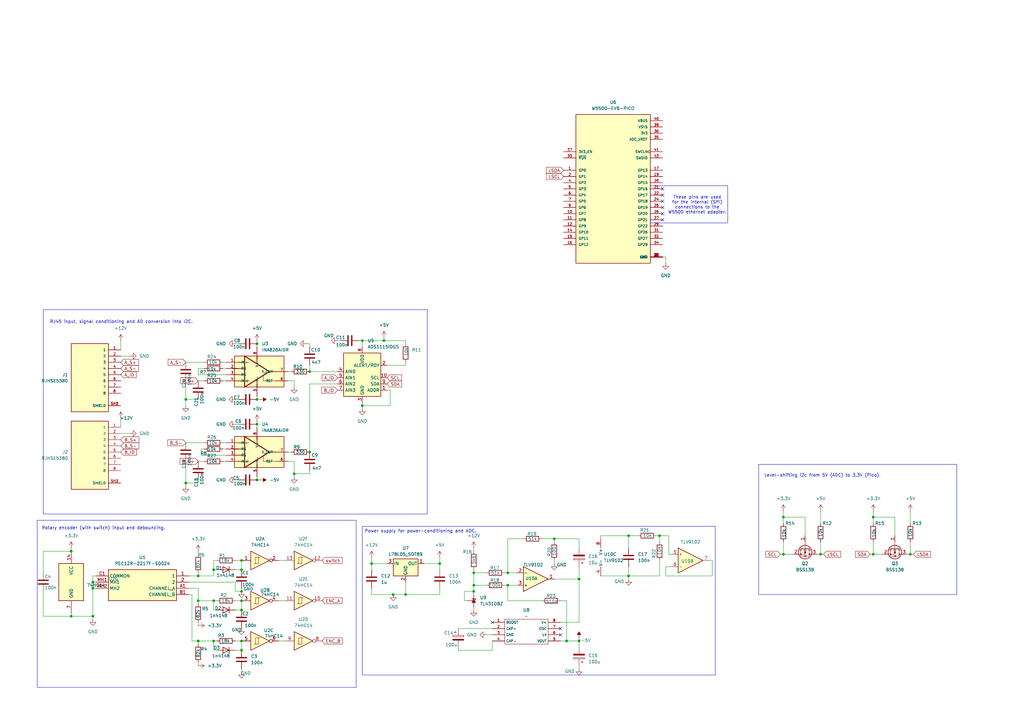
<source format=kicad_sch>
(kicad_sch (version 20250114) (generator "eeschema") (generator_version "9.0")
  (paper "A3")
  (rectangle (start 148.59 215.9) (end 293.37 276.86))
  (rectangle (start 17.78 127) (end 175.26 210.82))
  (rectangle (start 266.7 76.2) (end 298.45 91.44))
  (rectangle (start 311.15 190.5) (end 392.43 243.84))
  (rectangle (start 15.24 213.36) (end 146.05 281.94))
  (text "RJ45 input, signal conditioning and AD conversion into I2C." (at 49.784 132.08 0) (effects (font (size 1.27 1.27))))
  (text "These pins are used\nfor the internal (SPI)\nconnections to the\nW5500 ethernet adapter." (at 286.004 84.074 0) (effects (font (size 1.27 1.27))))
  (text "Level-shifting i2c from 5V (ADC) to 3.3V (Pico)." (at 337.312 195.072 0) (effects (font (size 1.27 1.27))))
  (text "Power supply for power-conditioning and ADC." (at 172.466 217.932 0) (effects (font (size 1.27 1.27))))
  (text "Rotary encoder (with switch) input and debouncing. " (at 42.926 216.662 0) (effects (font (size 1.27 1.27))))
  (junction (at 99.06 229.87))
  (junction (at 194.31 234.95))
  (junction (at 157.48 139.7))
  (junction (at 166.37 243.84))
  (junction (at 148.59 139.7))
  (junction (at 29.21 252.73))
  (junction (at 257.81 219.71))
  (junction (at 99.06 242.57))
  (junction (at 336.55 227.33))
  (junction (at 237.49 237.49))
  (junction (at 120.65 194.31))
  (junction (at 257.81 236.22))
  (junction (at 38.1 241.3))
  (junction (at 99.06 246.38))
  (junction (at 105.41 196.85))
  (junction (at 152.4 231.14))
  (junction (at 81.28 236.22))
  (junction (at 321.31 227.33))
  (junction (at 99.06 233.68))
  (junction (at 148.59 166.37))
  (junction (at 232.41 262.89))
  (junction (at 81.28 246.38))
  (junction (at 180.34 231.14))
  (junction (at 87.63 262.89))
  (junction (at 87.63 233.68))
  (junction (at 208.28 234.95))
  (junction (at 358.14 227.33))
  (junction (at 237.49 262.89))
  (junction (at 208.28 240.03))
  (junction (at 127 185.42))
  (junction (at 76.2 163.83))
  (junction (at 99.06 266.7))
  (junction (at 270.51 219.71))
  (junction (at 87.63 246.38))
  (junction (at 105.41 173.99))
  (junction (at 127 152.4))
  (junction (at 373.38 227.33))
  (junction (at 38.1 252.73))
  (junction (at 105.41 140.97))
  (junction (at 105.41 163.83))
  (junction (at 161.29 243.84))
  (junction (at 99.06 250.19))
  (junction (at 194.31 242.57))
  (junction (at 227.33 220.98))
  (junction (at 29.21 226.06))
  (junction (at 99.06 262.89))
  (junction (at 38.1 238.76))
  (junction (at 358.14 212.09))
  (junction (at 81.28 262.89))
  (junction (at 321.31 212.09))
  (junction (at 76.2 198.12))
  (junction (at 194.31 240.03))
  (no_connect (at 271.78 85.09))
  (no_connect (at 271.78 90.17))
  (no_connect (at 271.78 77.47))
  (no_connect (at 271.78 87.63))
  (no_connect (at 229.87 260.35))
  (no_connect (at 271.78 80.01))
  (no_connect (at 271.78 82.55))
  (no_connect (at 201.93 255.27))
  (no_connect (at 229.87 257.81))
  (wire (pts (xy 292.1 229.87) (xy 290.83 229.87)))
  (wire (pts (xy 76.2 189.23) (xy 76.2 198.12)))
  (wire (pts (xy 81.28 156.21) (xy 83.82 156.21)))
  (wire (pts (xy 118.11 189.23) (xy 120.65 189.23)))
  (wire (pts (xy 194.31 224.79) (xy 194.31 226.06)))
  (wire (pts (xy 125.73 140.97) (xy 127 140.97)))
  (wire (pts (xy 373.38 209.55) (xy 373.38 214.63)))
  (wire (pts (xy 81.28 262.89) (xy 81.28 264.16)))
  (wire (pts (xy 321.31 227.33) (xy 325.12 227.33)))
  (wire (pts (xy 194.31 240.03) (xy 199.39 240.03)))
  (wire (pts (xy 120.65 156.21) (xy 120.65 158.75)))
  (wire (pts (xy 81.28 189.23) (xy 83.82 189.23)))
  (wire (pts (xy 166.37 139.7) (xy 157.48 139.7)))
  (wire (pts (xy 199.39 260.35) (xy 201.93 260.35)))
  (wire (pts (xy 38.1 238.76) (xy 38.1 241.3)))
  (wire (pts (xy 367.03 212.09) (xy 358.14 212.09)))
  (wire (pts (xy 88.9 229.87) (xy 87.63 229.87)))
  (wire (pts (xy 237.49 261.62) (xy 237.49 262.89)))
  (wire (pts (xy 166.37 149.86) (xy 158.75 149.86)))
  (wire (pts (xy 96.52 229.87) (xy 99.06 229.87)))
  (wire (pts (xy 82.55 184.15) (xy 82.55 186.69)))
  (wire (pts (xy 292.1 236.22) (xy 292.1 229.87)))
  (wire (pts (xy 194.31 242.57) (xy 190.5 242.57)))
  (wire (pts (xy 237.49 232.41) (xy 237.49 237.49)))
  (wire (pts (xy 76.2 198.12) (xy 76.2 199.39)))
  (wire (pts (xy 148.59 166.37) (xy 148.59 167.64)))
  (wire (pts (xy 229.87 255.27) (xy 237.49 255.27)))
  (wire (pts (xy 49.53 177.8) (xy 53.34 177.8)))
  (wire (pts (xy 49.53 146.05) (xy 53.34 146.05)))
  (wire (pts (xy 208.28 220.98) (xy 208.28 234.95)))
  (wire (pts (xy 320.04 227.33) (xy 321.31 227.33)))
  (wire (pts (xy 321.31 222.25) (xy 321.31 227.33)))
  (wire (pts (xy 152.4 231.14) (xy 152.4 233.68)))
  (wire (pts (xy 148.59 165.1) (xy 148.59 166.37)))
  (wire (pts (xy 194.31 234.95) (xy 199.39 234.95)))
  (wire (pts (xy 96.52 173.99) (xy 97.79 173.99)))
  (wire (pts (xy 227.33 220.98) (xy 227.33 222.25)))
  (wire (pts (xy 91.44 148.59) (xy 92.71 148.59)))
  (wire (pts (xy 17.78 252.73) (xy 29.21 252.73)))
  (wire (pts (xy 166.37 140.97) (xy 166.37 139.7)))
  (wire (pts (xy 105.41 140.97) (xy 105.41 142.24)))
  (wire (pts (xy 88.9 262.89) (xy 87.63 262.89)))
  (wire (pts (xy 127 149.86) (xy 127 152.4)))
  (wire (pts (xy 187.96 266.7) (xy 201.93 266.7)))
  (wire (pts (xy 194.31 243.84) (xy 194.31 242.57)))
  (wire (pts (xy 96.52 266.7) (xy 99.06 266.7)))
  (wire (pts (xy 17.78 226.06) (xy 17.78 234.95)))
  (wire (pts (xy 152.4 243.84) (xy 161.29 243.84)))
  (wire (pts (xy 273.05 107.95) (xy 273.05 105.41)))
  (wire (pts (xy 190.5 246.38) (xy 191.77 246.38)))
  (wire (pts (xy 127 152.4) (xy 138.43 152.4)))
  (wire (pts (xy 17.78 242.57) (xy 17.78 252.73)))
  (wire (pts (xy 49.53 171.45) (xy 49.53 175.26)))
  (wire (pts (xy 158.75 160.02) (xy 160.02 160.02)))
  (wire (pts (xy 77.47 238.76) (xy 96.52 238.76)))
  (wire (pts (xy 87.63 229.87) (xy 87.63 233.68)))
  (wire (pts (xy 127 140.97) (xy 127 142.24)))
  (wire (pts (xy 194.31 248.92) (xy 194.31 250.19)))
  (wire (pts (xy 187.96 265.43) (xy 187.96 266.7)))
  (wire (pts (xy 187.96 257.81) (xy 201.93 257.81)))
  (wire (pts (xy 120.65 194.31) (xy 120.65 195.58)))
  (wire (pts (xy 77.47 241.3) (xy 81.28 241.3)))
  (wire (pts (xy 275.59 232.41) (xy 273.05 232.41)))
  (wire (pts (xy 180.34 243.84) (xy 180.34 241.3)))
  (wire (pts (xy 127 193.04) (xy 127 194.31)))
  (wire (pts (xy 208.28 246.38) (xy 208.28 240.03)))
  (wire (pts (xy 39.37 236.22) (xy 38.1 236.22)))
  (wire (pts (xy 114.3 229.87) (xy 116.84 229.87)))
  (wire (pts (xy 96.52 196.85) (xy 97.79 196.85)))
  (wire (pts (xy 166.37 243.84) (xy 180.34 243.84)))
  (wire (pts (xy 166.37 148.59) (xy 166.37 149.86)))
  (wire (pts (xy 257.81 224.79) (xy 257.81 219.71)))
  (wire (pts (xy 152.4 228.6) (xy 152.4 231.14)))
  (wire (pts (xy 257.81 236.22) (xy 257.81 237.49)))
  (wire (pts (xy 237.49 220.98) (xy 227.33 220.98)))
  (wire (pts (xy 214.63 220.98) (xy 208.28 220.98)))
  (wire (pts (xy 96.52 233.68) (xy 99.06 233.68)))
  (wire (pts (xy 161.29 243.84) (xy 166.37 243.84)))
  (wire (pts (xy 77.47 236.22) (xy 81.28 236.22)))
  (wire (pts (xy 99.06 246.38) (xy 99.06 250.19)))
  (wire (pts (xy 96.52 250.19) (xy 99.06 250.19)))
  (wire (pts (xy 29.21 251.46) (xy 29.21 252.73)))
  (wire (pts (xy 92.71 184.15) (xy 91.44 184.15)))
  (wire (pts (xy 367.03 219.71) (xy 367.03 212.09)))
  (wire (pts (xy 81.28 151.13) (xy 81.28 153.67)))
  (wire (pts (xy 96.52 242.57) (xy 99.06 242.57)))
  (wire (pts (xy 373.38 222.25) (xy 373.38 227.33)))
  (wire (pts (xy 82.55 186.69) (xy 92.71 186.69)))
  (wire (pts (xy 273.05 236.22) (xy 292.1 236.22)))
  (wire (pts (xy 138.43 139.7) (xy 139.7 139.7)))
  (wire (pts (xy 81.28 163.83) (xy 76.2 163.83)))
  (wire (pts (xy 92.71 151.13) (xy 91.44 151.13)))
  (wire (pts (xy 99.06 241.3) (xy 99.06 242.57)))
  (wire (pts (xy 105.41 163.83) (xy 106.68 163.83)))
  (wire (pts (xy 38.1 252.73) (xy 38.1 254)))
  (wire (pts (xy 91.44 156.21) (xy 92.71 156.21)))
  (wire (pts (xy 127 185.42) (xy 127 157.48)))
  (wire (pts (xy 269.24 219.71) (xy 270.51 219.71)))
  (wire (pts (xy 237.49 237.49) (xy 237.49 255.27)))
  (wire (pts (xy 227.33 229.87) (xy 227.33 231.14)))
  (wire (pts (xy 114.3 246.38) (xy 116.84 246.38)))
  (wire (pts (xy 81.28 198.12) (xy 81.28 196.85)))
  (wire (pts (xy 237.49 262.89) (xy 237.49 265.43)))
  (wire (pts (xy 160.02 160.02) (xy 160.02 166.37)))
  (wire (pts (xy 96.52 140.97) (xy 97.79 140.97)))
  (wire (pts (xy 270.51 219.71) (xy 274.32 219.71)))
  (wire (pts (xy 257.81 219.71) (xy 261.62 219.71)))
  (wire (pts (xy 81.28 255.27) (xy 81.28 256.54)))
  (wire (pts (xy 81.28 153.67) (xy 92.71 153.67)))
  (wire (pts (xy 99.06 274.32) (xy 99.06 275.59)))
  (wire (pts (xy 87.63 236.22) (xy 87.63 233.68)))
  (wire (pts (xy 38.1 238.76) (xy 39.37 238.76)))
  (wire (pts (xy 87.63 246.38) (xy 87.63 250.19)))
  (wire (pts (xy 229.87 246.38) (xy 232.41 246.38)))
  (wire (pts (xy 208.28 240.03) (xy 212.09 240.03)))
  (wire (pts (xy 81.28 226.06) (xy 81.28 227.33)))
  (wire (pts (xy 78.74 243.84) (xy 78.74 262.89)))
  (wire (pts (xy 330.2 219.71) (xy 330.2 212.09)))
  (wire (pts (xy 91.44 189.23) (xy 92.71 189.23)))
  (wire (pts (xy 227.33 237.49) (xy 237.49 237.49)))
  (wire (pts (xy 96.52 246.38) (xy 99.06 246.38)))
  (wire (pts (xy 321.31 212.09) (xy 321.31 214.63)))
  (wire (pts (xy 358.14 209.55) (xy 358.14 212.09)))
  (wire (pts (xy 49.53 139.7) (xy 49.53 143.51)))
  (wire (pts (xy 105.41 196.85) (xy 105.41 195.58)))
  (wire (pts (xy 81.28 241.3) (xy 81.28 246.38)))
  (wire (pts (xy 96.52 262.89) (xy 99.06 262.89)))
  (wire (pts (xy 257.81 232.41) (xy 257.81 236.22)))
  (wire (pts (xy 81.28 234.95) (xy 81.28 236.22)))
  (wire (pts (xy 270.51 219.71) (xy 270.51 222.25)))
  (wire (pts (xy 88.9 246.38) (xy 87.63 246.38)))
  (wire (pts (xy 274.32 227.33) (xy 275.59 227.33)))
  (wire (pts (xy 99.06 262.89) (xy 99.06 266.7)))
  (wire (pts (xy 273.05 105.41) (xy 271.78 105.41)))
  (wire (pts (xy 237.49 273.05) (xy 237.49 274.32)))
  (wire (pts (xy 81.28 236.22) (xy 87.63 236.22)))
  (wire (pts (xy 246.38 219.71) (xy 246.38 220.98)))
  (wire (pts (xy 358.14 227.33) (xy 361.95 227.33)))
  (wire (pts (xy 76.2 148.59) (xy 83.82 148.59)))
  (wire (pts (xy 237.49 220.98) (xy 237.49 224.79)))
  (wire (pts (xy 194.31 233.68) (xy 194.31 234.95)))
  (wire (pts (xy 207.01 234.95) (xy 208.28 234.95)))
  (wire (pts (xy 274.32 219.71) (xy 274.32 227.33)))
  (wire (pts (xy 152.4 241.3) (xy 152.4 243.84)))
  (wire (pts (xy 321.31 209.55) (xy 321.31 212.09)))
  (wire (pts (xy 358.14 222.25) (xy 358.14 227.33)))
  (wire (pts (xy 105.41 173.99) (xy 105.41 175.26)))
  (wire (pts (xy 166.37 238.76) (xy 166.37 243.84)))
  (wire (pts (xy 96.52 163.83) (xy 97.79 163.83)))
  (wire (pts (xy 222.25 220.98) (xy 227.33 220.98)))
  (wire (pts (xy 76.2 163.83) (xy 76.2 166.37)))
  (wire (pts (xy 114.3 262.89) (xy 116.84 262.89)))
  (wire (pts (xy 87.63 266.7) (xy 88.9 266.7)))
  (wire (pts (xy 87.63 250.19) (xy 88.9 250.19)))
  (wire (pts (xy 373.38 227.33) (xy 372.11 227.33)))
  (wire (pts (xy 336.55 209.55) (xy 336.55 214.63)))
  (wire (pts (xy 38.1 241.3) (xy 39.37 241.3)))
  (wire (pts (xy 120.65 189.23) (xy 120.65 194.31)))
  (wire (pts (xy 158.75 231.14) (xy 152.4 231.14)))
  (wire (pts (xy 81.28 246.38) (xy 87.63 246.38)))
  (wire (pts (xy 29.21 224.79) (xy 29.21 226.06)))
  (wire (pts (xy 358.14 212.09) (xy 358.14 214.63)))
  (wire (pts (xy 87.63 262.89) (xy 87.63 266.7)))
  (wire (pts (xy 270.51 229.87) (xy 270.51 236.22)))
  (wire (pts (xy 118.11 152.4) (xy 119.38 152.4)))
  (wire (pts (xy 194.31 234.95) (xy 194.31 240.03)))
  (wire (pts (xy 157.48 139.7) (xy 148.59 139.7)))
  (wire (pts (xy 106.68 196.85) (xy 105.41 196.85)))
  (wire (pts (xy 208.28 234.95) (xy 212.09 234.95)))
  (wire (pts (xy 194.31 240.03) (xy 194.31 242.57)))
  (wire (pts (xy 160.02 166.37) (xy 148.59 166.37)))
  (wire (pts (xy 147.32 139.7) (xy 148.59 139.7)))
  (wire (pts (xy 81.28 246.38) (xy 81.28 247.65)))
  (wire (pts (xy 38.1 241.3) (xy 38.1 252.73)))
  (wire (pts (xy 257.81 219.71) (xy 246.38 219.71)))
  (wire (pts (xy 180.34 231.14) (xy 173.99 231.14)))
  (wire (pts (xy 81.28 271.78) (xy 81.28 273.05)))
  (wire (pts (xy 373.38 227.33) (xy 374.65 227.33)))
  (wire (pts (xy 118.11 185.42) (xy 119.38 185.42)))
  (wire (pts (xy 127 194.31) (xy 120.65 194.31)))
  (wire (pts (xy 76.2 163.83) (xy 76.2 156.21)))
  (wire (pts (xy 246.38 236.22) (xy 257.81 236.22)))
  (wire (pts (xy 38.1 236.22) (xy 38.1 238.76)))
  (wire (pts (xy 77.47 243.84) (xy 78.74 243.84)))
  (wire (pts (xy 83.82 184.15) (xy 82.55 184.15)))
  (wire (pts (xy 273.05 232.41) (xy 273.05 236.22)))
  (wire (pts (xy 237.49 262.89) (xy 232.41 262.89)))
  (wire (pts (xy 190.5 242.57) (xy 190.5 246.38)))
  (wire (pts (xy 105.41 139.7) (xy 105.41 140.97)))
  (wire (pts (xy 83.82 151.13) (xy 81.28 151.13)))
  (wire (pts (xy 76.2 181.61) (xy 83.82 181.61)))
  (wire (pts (xy 148.59 139.7) (xy 148.59 142.24)))
  (wire (pts (xy 87.63 233.68) (xy 88.9 233.68)))
  (wire (pts (xy 232.41 246.38) (xy 232.41 262.89)))
  (wire (pts (xy 330.2 212.09) (xy 321.31 212.09)))
  (wire (pts (xy 336.55 227.33) (xy 337.82 227.33)))
  (wire (pts (xy 336.55 222.25) (xy 336.55 227.33)))
  (wire (pts (xy 180.34 233.68) (xy 180.34 231.14)))
  (wire (pts (xy 270.51 236.22) (xy 257.81 236.22)))
  (wire (pts (xy 336.55 227.33) (xy 335.28 227.33)))
  (wire (pts (xy 127 157.48) (xy 138.43 157.48)))
  (wire (pts (xy 81.28 262.89) (xy 87.63 262.89)))
  (wire (pts (xy 356.87 227.33) (xy 358.14 227.33)))
  (wire (pts (xy 29.21 226.06) (xy 17.78 226.06)))
  (wire (pts (xy 207.01 240.03) (xy 208.28 240.03)))
  (wire (pts (xy 232.41 262.89) (xy 229.87 262.89)))
  (wire (pts (xy 78.74 262.89) (xy 81.28 262.89)))
  (wire (pts (xy 91.44 181.61) (xy 92.71 181.61)))
  (wire (pts (xy 222.25 246.38) (xy 208.28 246.38)))
  (wire (pts (xy 180.34 228.6) (xy 180.34 231.14)))
  (wire (pts (xy 157.48 138.43) (xy 157.48 139.7)))
  (wire (pts (xy 29.21 252.73) (xy 38.1 252.73)))
  (wire (pts (xy 105.41 163.83) (xy 105.41 162.56)))
  (wire (pts (xy 105.41 172.72) (xy 105.41 173.99)))
  (wire (pts (xy 99.06 229.87) (xy 99.06 233.68)))
  (wire (pts (xy 118.11 156.21) (xy 120.65 156.21)))
  (wire (pts (xy 96.52 238.76) (xy 96.52 242.57)))
  (wire (pts (xy 201.93 262.89) (xy 201.93 266.7)))
  (wire (pts (xy 76.2 198.12) (xy 81.28 198.12)))
  (global_label "ENC_B" (shape input) (at 132.08 262.89 0) (property "Intersheetrefs" "${INTERSHEET_REFS}" (effects (hide yes))))
  (global_label "B_S-" (shape input) (at 49.53 182.88 0) (property "Intersheetrefs" "${INTERSHEET_REFS}" (effects (hide yes))))
  (global_label "SDA" (shape input) (at 158.75 157.48 0) (property "Intersheetrefs" "${INTERSHEET_REFS}" (effects (hide yes))))
  (global_label "switch" (shape input) (at 132.08 229.87 0) (property "Intersheetrefs" "${INTERSHEET_REFS}" (effects (hide yes))))
  (global_label "A_S+" (shape input) (at 49.53 148.59 0) (property "Intersheetrefs" "${INTERSHEET_REFS}" (effects (hide yes))))
  (global_label "B_S+" (shape input) (at 49.53 180.34 0) (property "Intersheetrefs" "${INTERSHEET_REFS}" (effects (hide yes))))
  (global_label "A_ID" (shape input) (at 138.43 154.94 180) (property "Intersheetrefs" "${INTERSHEET_REFS}" (effects (hide yes))))
  (global_label "SCL" (shape input) (at 158.75 154.94 0) (property "Intersheetrefs" "${INTERSHEET_REFS}" (effects (hide yes))))
  (global_label "ENC_A" (shape input) (at 132.08 246.38 0) (property "Intersheetrefs" "${INTERSHEET_REFS}" (effects (hide yes))))
  (global_label "B_ID" (shape input) (at 138.43 160.02 180) (property "Intersheetrefs" "${INTERSHEET_REFS}" (effects (hide yes))))
  (global_label "LSDA" (shape input) (at 231.14 69.85 180) (property "Intersheetrefs" "${INTERSHEET_REFS}" (effects (hide yes))))
  (global_label "A_S-" (shape input) (at 76.2 148.59 180) (property "Intersheetrefs" "${INTERSHEET_REFS}" (effects (hide yes))))
  (global_label "B_S+" (shape input) (at 81.28 189.23 180) (property "Intersheetrefs" "${INTERSHEET_REFS}" (effects (hide yes))))
  (global_label "LSCL" (shape input) (at 337.82 227.33 0) (property "Intersheetrefs" "${INTERSHEET_REFS}" (effects (hide yes))))
  (global_label "A_ID" (shape input) (at 49.53 153.67 0) (property "Intersheetrefs" "${INTERSHEET_REFS}" (effects (hide yes))))
  (global_label "LSDA" (shape input) (at 374.65 227.33 0) (property "Intersheetrefs" "${INTERSHEET_REFS}" (effects (hide yes))))
  (global_label "SDA" (shape input) (at 356.87 227.33 180) (property "Intersheetrefs" "${INTERSHEET_REFS}" (effects (hide yes))))
  (global_label "A_S-" (shape input) (at 49.53 151.13 0) (property "Intersheetrefs" "${INTERSHEET_REFS}" (effects (hide yes))))
  (global_label "B_S-" (shape input) (at 76.2 181.61 180) (property "Intersheetrefs" "${INTERSHEET_REFS}" (effects (hide yes))))
  (global_label "SCL" (shape input) (at 320.04 227.33 180) (property "Intersheetrefs" "${INTERSHEET_REFS}" (effects (hide yes))))
  (global_label "A_S+" (shape input) (at 81.28 156.21 180) (property "Intersheetrefs" "${INTERSHEET_REFS}" (effects (hide yes))))
  (global_label "LSCL" (shape input) (at 231.14 72.39 180) (property "Intersheetrefs" "${INTERSHEET_REFS}" (effects (hide yes))))
  (global_label "B_ID" (shape input) (at 49.53 185.42 0) (property "Intersheetrefs" "${INTERSHEET_REFS}" (effects (hide yes))))
  (symbol (lib_id "Device:C_Polarized") (at 237.49 269.24 180) (unit 1)
    (property "Reference" "C15" (at 241.3 268.8589 0) (effects (justify right)))
    (property "Value" "100u" (at 241.3 271.3989 0) (effects (justify right)))
    (property "Description" "Polarized capacitor" (effects (hide yes)))
  )
  (symbol (lib_id "Device:R") (at 227.33 226.06 180) (unit 1)
    (property "Reference" "R20" (at 225.298 226.314 90))
    (property "Value" "100" (at 227.33 226.06 90))
    (property "Description" "Resistor" (effects (hide yes)))
  )
  (symbol (lib_id "Device:R") (at 87.63 184.15 90) (unit 1)
    (property "Reference" "R8" (at 83.566 185.928 90))
    (property "Value" "10k" (at 86.868 184.15 90))
    (property "Description" "Resistor" (effects (hide yes)))
  )
  (symbol (lib_id "Device:R") (at 218.44 220.98 90) (unit 1)
    (property "Reference" "R19" (at 218.186 218.948 90))
    (property "Value" "51k" (at 218.44 220.98 90))
    (property "Description" "Resistor" (effects (hide yes)))
  )
  (symbol (lib_id "Device:R") (at 123.19 185.42 90) (unit 1)
    (property "Reference" "R9" (at 121.666 183.388 90))
    (property "Value" "330" (at 123.19 185.42 90))
    (property "Description" "Resistor" (effects (hide yes)))
  )
  (symbol (lib_id "Device:R") (at 265.43 219.71 90) (unit 1)
    (property "Reference" "R21" (at 264.414 217.424 90))
    (property "Value" "10K" (at 265.684 219.71 90))
    (property "Description" "Resistor" (effects (hide yes)))
  )
  (symbol (lib_id "Device:R") (at 166.37 144.78 0) (unit 1)
    (property "Reference" "R11" (at 168.91 143.5099 0) (effects (justify left)))
    (property "Value" "10k" (at 166.624 146.05 90) (effects (justify left)))
    (property "Description" "Resistor" (effects (hide yes)))
  )
  (symbol (lib_id "Device:C") (at 143.51 139.7 90) (unit 1)
    (property "Reference" "C11" (at 139.7 138.43 90))
    (property "Value" "100n" (at 140.208 141.478 90))
    (property "Description" "Unpolarized capacitor" (effects (hide yes)))
  )
  (symbol (lib_id "74xx:74HC14") (at 106.68 246.38 0) (unit 2)
    (property "Reference" "U2" (at 108.712 242.062 0))
    (property "Value" "74HC14" (at 110.744 243.84 0))
    (property "Footprint" "Package_SO:SOIC-14_3.9x8.7mm_P1.27mm" (effects (hide yes)))
    (property "Datasheet" "http://www.ti.com/lit/gpn/sn74HC14" (effects (hide yes)))
    (property "Description" "Hex inverter schmitt trigger" (effects (hide yes)))
  )
  (symbol (lib_id "power:+5V") (at 105.41 139.7 0) (unit 1)
    (property "Reference" "#PWR023" (effects (hide yes)))
    (property "Value" "+5V" (at 105.41 134.62 0))
    (property "Description" "Power symbol creates a global label with name \"+5V\"" (effects (hide yes)))
  )
  (symbol (lib_id "74xx:74HC14") (at 29.21 238.76 0) (unit 7)
    (property "Reference" "U2" (at 44.45 237.4899 0) (effects (justify left)))
    (property "Value" "74HC14" (at 35.56 240.0299 0) (effects (justify left)))
    (property "Footprint" "Package_SO:SOIC-14_3.9x8.7mm_P1.27mm" (effects (hide yes)))
    (property "Datasheet" "http://www.ti.com/lit/gpn/sn74HC14" (effects (hide yes)))
    (property "Description" "Hex inverter schmitt trigger" (effects (hide yes)))
  )
  (symbol (lib_id "power:+12V") (at 152.4 228.6 0) (unit 1)
    (property "Reference" "#PWR031" (effects (hide yes)))
    (property "Value" "+12V" (at 152.4 223.52 0))
    (property "Description" "Power symbol creates a global label with name \"+12V\"" (effects (hide yes)))
  )
  (symbol (lib_id "Device:R") (at 194.31 229.87 0) (unit 1)
    (property "Reference" "R16" (at 189.738 226.314 0) (effects (justify left)))
    (property "Value" "5k6" (at 194.31 231.394 90) (effects (justify left)))
    (property "Description" "Resistor" (effects (hide yes)))
  )
  (symbol (lib_id "power:+5V") (at 336.55 209.55 0) (unit 1)
    (property "Reference" "#PWR027" (effects (hide yes)))
    (property "Value" "+5V" (at 336.55 204.47 0))
    (property "Description" "Power symbol creates a global label with name \"+5V\"" (effects (hide yes)))
  )
  (symbol (lib_id "Device:R") (at 358.14 218.44 0) (unit 1)
    (property "Reference" "R15" (at 358.902 214.63 0) (effects (justify left)))
    (property "Value" "10k" (at 358.394 220.472 90) (effects (justify left)))
    (property "Description" "Resistor" (effects (hide yes)))
  )
  (symbol (lib_id "Device:D") (at 92.71 233.68 180) (unit 1)
    (property "Reference" "D1" (at 89.916 232.918 0))
    (property "Value" "1n4148" (at 92.456 235.966 0))
    (property "Footprint" "Diode_SMD:D_SOD-123" (effects (hide yes)))
    (property "Description" "Diode" (effects (hide yes)))
    (property "Sim.Device" "D" (effects (hide yes)))
    (property "Sim.Pins" "1=K 2=A" (effects (hide yes)))
  )
  (symbol (lib_id "power:+3.3V") (at 29.21 224.79 0) (unit 1)
    (property "Reference" "#PWR08" (effects (hide yes)))
    (property "Value" "+3.3V" (at 29.21 219.71 0))
    (property "Description" "Power symbol creates a global label with name \"+3.3V\"" (effects (hide yes)))
  )
  (symbol (lib_id "Device:R") (at 87.63 181.61 90) (unit 1)
    (property "Reference" "R26" (at 86.868 179.324 90))
    (property "Value" "10k" (at 87.376 181.61 90))
    (property "Description" "Resistor" (effects (hide yes)))
  )
  (symbol (lib_id "Device:R") (at 81.28 231.14 0) (unit 1)
    (property "Reference" "R6" (at 81.28 227.584 0) (effects (justify left)))
    (property "Value" "82k" (at 81.28 233.172 90) (effects (justify left)))
    (property "Footprint" "Resistor_SMD:R_0805_2012Metric" (effects (hide yes)))
    (property "Description" "Resistor" (effects (hide yes)))
  )
  (symbol (lib_id "Reference_Voltage:TL431DBZ") (at 194.31 246.38 90) (unit 1)
    (property "Reference" "U9" (at 196.85 245.1099 90) (effects (justify right)))
    (property "Value" "TL431DBZ" (at 196.85 247.6499 90) (effects (justify right)))
    (property "Footprint" "Package_TO_SOT_SMD:SOT-23" (effects (hide yes)))
    (property "Datasheet" "http://www.ti.com/lit/ds/symlink/tl431.pdf" (effects (hide yes)))
    (property "Description" "Shunt Regulator, SOT-23" (effects (hide yes)))
  )
  (symbol (lib_id "74xx:74HC14") (at 106.68 229.87 0) (unit 1)
    (property "Reference" "U2" (at 106.68 220.98 0))
    (property "Value" "74HC14" (at 106.68 223.52 0))
    (property "Footprint" "Package_SO:SOIC-14_3.9x8.7mm_P1.27mm" (effects (hide yes)))
    (property "Datasheet" "http://www.ti.com/lit/gpn/sn74HC14" (effects (hide yes)))
    (property "Description" "Hex inverter schmitt trigger" (effects (hide yes)))
  )
  (symbol (lib_id "Device:C") (at 127 146.05 0) (unit 1)
    (property "Reference" "C10" (at 127.508 143.51 0) (effects (justify left)))
    (property "Value" "4n7" (at 127.762 148.59 0) (effects (justify left)))
    (property "Description" "Unpolarized capacitor" (effects (hide yes)))
  )
  (symbol (lib_id "74xx:74HC14") (at 124.46 246.38 0) (unit 5)
    (property "Reference" "U2" (at 124.46 237.49 0))
    (property "Value" "74HC14" (at 124.46 240.03 0))
    (property "Datasheet" "http://www.ti.com/lit/gpn/sn74HC14" (effects (hide yes)))
    (property "Description" "Hex inverter schmitt trigger" (effects (hide yes)))
  )
  (symbol (lib_id "Device:R") (at 87.63 189.23 90) (unit 1)
    (property "Reference" "R27" (at 86.868 186.944 90))
    (property "Value" "10k" (at 87.376 189.23 90))
    (property "Description" "Resistor" (effects (hide yes)))
  )
  (symbol (lib_id "power:+12V") (at 49.53 171.45 0) (unit 1)
    (property "Reference" "#PWR014" (effects (hide yes)))
    (property "Value" "+12V" (at 51.816 171.45 0))
    (property "Description" "Power symbol creates a global label with name \"+12V\"" (effects (hide yes)))
  )
  (symbol (lib_id "Device:C") (at 81.28 160.02 0) (unit 1)
    (property "Reference" "C21" (at 80.518 164.846 90))
    (property "Value" "100n" (at 82.804 163.322 90))
    (property "Description" "Unpolarized capacitor" (effects (hide yes)))
  )
  (symbol (lib_id "power:GND") (at 120.65 158.75 0) (unit 1)
    (property "Reference" "#PWR011" (effects (hide yes)))
    (property "Value" "GND" (at 120.65 163.83 0))
    (property "Description" "Power symbol creates a global label with name \"GND\" , ground" (effects (hide yes)))
  )
  (symbol (lib_id "Analog_ADC:ADS1115IDGS") (at 148.59 154.94 0) (unit 1)
    (property "Reference" "U5" (at 150.7333 139.7 0) (effects (justify left)))
    (property "Value" "ADS1115IDGS" (at 150.7333 142.24 0) (effects (justify left)))
    (property "Footprint" "Package_SO:TSSOP-10_3x3mm_P0.5mm" (effects (hide yes)))
    (property "Datasheet" "http://www.ti.com/lit/ds/symlink/ads1113.pdf" (effects (hide yes)))
    (property "Description" "Ultra-Small, Low-Power, I2C-Compatible, 860-SPS, 16-Bit ADCs With Internal Reference, Oscillator, and Programmable Comparator, VSSOP-10" (effects (hide yes)))
  )
  (symbol (lib_id "power:GND") (at 120.65 195.58 0) (unit 1)
    (property "Reference" "#PWR012" (effects (hide yes)))
    (property "Value" "GND" (at 120.65 200.66 0))
    (property "Description" "Power symbol creates a global label with name \"GND\" , ground" (effects (hide yes)))
  )
  (symbol (lib_id "Device:R") (at 226.06 246.38 90) (unit 1)
    (property "Reference" "R23" (at 226.06 244.348 90))
    (property "Value" "510k" (at 226.314 246.634 90))
    (property "Description" "Resistor" (effects (hide yes)))
  )
  (symbol (lib_id "power:+3.3V") (at 358.14 209.55 0) (unit 1)
    (property "Reference" "#PWR030" (effects (hide yes)))
    (property "Value" "+3.3V" (at 358.14 204.47 0))
    (property "Description" "Power symbol creates a global label with name \"+3.3V\"" (effects (hide yes)))
  )
  (symbol (lib_id "Device:R") (at 373.38 218.44 0) (unit 1)
    (property "Reference" "R13" (at 374.142 214.63 0) (effects (justify left)))
    (property "Value" "10k" (at 373.38 220.218 90) (effects (justify left)))
    (property "Description" "Resistor" (effects (hide yes)))
  )
  (symbol (lib_id "Amplifier_Operational:TL072") (at 283.21 229.87 0) (unit 2)
    (property "Reference" "U10" (at 281.94 230.124 0))
    (property "Value" "TLV9102" (at 283.21 222.25 0))
    (property "Datasheet" "http://www.ti.com/lit/ds/symlink/tl071.pdf" (effects (hide yes)))
    (property "Description" "Dual Low-Noise JFET-Input Operational Amplifiers, DIP-8/SOIC-8" (effects (hide yes)))
  )
  (symbol (lib_id "power:+5V") (at 105.41 172.72 0) (unit 1)
    (property "Reference" "#PWR024" (effects (hide yes)))
    (property "Value" "+5V" (at 105.41 167.64 0))
    (property "Description" "Power symbol creates a global label with name \"+5V\"" (effects (hide yes)))
  )
  (symbol (lib_id "power:GND") (at 99.06 242.57 0) (unit 1)
    (property "Reference" "#PWR02" (effects (hide yes)))
    (property "Value" "GND" (at 101.854 241.554 0))
    (property "Description" "Power symbol creates a global label with name \"GND\" , ground" (effects (hide yes)))
  )
  (symbol (lib_id "power:GND") (at 161.29 243.84 0) (unit 1)
    (property "Reference" "#PWR032" (effects (hide yes)))
    (property "Value" "GND" (at 161.29 248.92 0))
    (property "Description" "Power symbol creates a global label with name \"GND\" , ground" (effects (hide yes)))
  )
  (symbol (lib_id "74xx:74HC14") (at 124.46 229.87 0) (unit 6)
    (property "Reference" "U2" (at 124.46 220.98 0))
    (property "Value" "74HC14" (at 124.46 223.52 0))
    (property "Datasheet" "http://www.ti.com/lit/gpn/sn74HC14" (effects (hide yes)))
    (property "Description" "Hex inverter schmitt trigger" (effects (hide yes)))
  )
  (symbol (lib_id "power:GND") (at 237.49 274.32 0) (unit 1)
    (property "Reference" "#PWR041" (effects (hide yes)))
    (property "Value" "GND" (at 233.68 275.336 0))
    (property "Description" "Power symbol creates a global label with name \"GND\" , ground" (effects (hide yes)))
  )
  (symbol (lib_id "74xx:74HC14") (at 106.68 262.89 0) (unit 3)
    (property "Reference" "U2" (at 110.236 258.572 0))
    (property "Value" "74HC14" (at 112.268 260.858 0))
    (property "Footprint" "Package_SO:SOIC-14_3.9x8.7mm_P1.27mm" (effects (hide yes)))
    (property "Datasheet" "http://www.ti.com/lit/gpn/sn74HC14" (effects (hide yes)))
    (property "Description" "Hex inverter schmitt trigger" (effects (hide yes)))
  )
  (symbol (lib_id "Device:R") (at 87.63 156.21 90) (unit 1)
    (property "Reference" "R25" (at 86.868 153.924 90))
    (property "Value" "10k" (at 87.376 156.21 90))
    (property "Description" "Resistor" (effects (hide yes)))
  )
  (symbol (lib_id "lb3th:INA826AIDR") (at 102.87 153.67 0) (unit 1)
    (property "Reference" "U3" (at 107.3786 140.97 0) (effects (justify left)))
    (property "Value" "INA826AIDR" (at 107.3786 143.51 0) (effects (justify left)))
    (property "Footprint" "INA826AIDR:SOIC127P599X175-8N" (effects (hide yes)))
    (property "DigiKey_Part_Number" "296-30238-2-ND" (effects (hide yes)))
    (property "SnapEDA_Link" "https://www.snapeda.com/parts/INA826AIDR/Texas+Instruments/view-part/?ref=snap" (effects (hide yes)))
    (property "MAXIMUM_PACKAGE_HEIGHT" "1.75mm" (effects (hide yes)))
    (property "Package" "SOIC-8 Texas Instruments" (effects (hide yes)))
    (property "Check_prices" "https://www.snapeda.com/parts/INA826AIDR/Texas+Instruments/view-part/?ref=eda" (effects (hide yes)))
    (property "STANDARD" "IPC-7351B" (effects (hide yes)))
    (property "PARTREV" "G" (effects (hide yes)))
    (property "MF" "Texas Instruments" (effects (hide yes)))
    (property "MP" "INA826AIDR" (effects (hide yes)))
    (property "Description_1" "Precision, 200-μA Supply Current, 36-V Supply Instrumentation Amplifier" (effects (hide yes)))
    (property "MANUFACTURER" "Texas Instruments" (effects (hide yes)))
  )
  (symbol (lib_id "Device:R") (at 203.2 234.95 90) (unit 1)
    (property "Reference" "R17" (at 202.946 232.918 90))
    (property "Value" "51k" (at 203.2 234.95 90))
    (property "Description" "Resistor" (effects (hide yes)))
  )
  (symbol (lib_id "Device:R") (at 92.71 262.89 90) (unit 1)
    (property "Reference" "R3" (at 90.678 260.604 90))
    (property "Value" "18k" (at 92.456 262.89 90))
    (property "Footprint" "Resistor_SMD:R_0805_2012Metric" (effects (hide yes)))
    (property "Description" "Resistor" (effects (hide yes)))
  )
  (symbol (lib_id "power:GND") (at 96.52 196.85 270) (unit 1)
    (property "Reference" "#PWR017" (effects (hide yes)))
    (property "Value" "GND" (at 92.71 196.8499 90) (effects (justify right)))
    (property "Description" "Power symbol creates a global label with name \"GND\" , ground" (effects (hide yes)))
  )
  (symbol (lib_id "Device:R") (at 336.55 218.44 0) (unit 1)
    (property "Reference" "R12" (at 337.312 214.63 0) (effects (justify left)))
    (property "Value" "10k" (at 336.55 220.218 90) (effects (justify left)))
    (property "Description" "Resistor" (effects (hide yes)))
  )
  (symbol (lib_id "74xx:74HC14") (at 124.46 262.89 0) (unit 4)
    (property "Reference" "U2" (at 124.46 254 0))
    (property "Value" "74HC14" (at 124.46 256.54 0))
    (property "Datasheet" "http://www.ti.com/lit/gpn/sn74HC14" (effects (hide yes)))
    (property "Description" "Hex inverter schmitt trigger" (effects (hide yes)))
  )
  (symbol (lib_id "Device:C") (at 17.78 238.76 180) (unit 1)
    (property "Reference" "C4" (at 18.288 236.474 0) (effects (justify right)))
    (property "Value" "100n" (at 18.288 241.046 0) (effects (justify right)))
    (property "Footprint" "Capacitor_SMD:C_0805_2012Metric" (effects (hide yes)))
    (property "Description" "Unpolarized capacitor" (effects (hide yes)))
  )
  (symbol (lib_id "Device:C") (at 99.06 254 0) (unit 1)
    (property "Reference" "C2" (at 99.314 251.714 0) (effects (justify left)))
    (property "Value" "100n" (at 100.33 256.54 0) (effects (justify left)))
    (property "Footprint" "Capacitor_SMD:C_0805_2012Metric" (effects (hide yes)))
    (property "Description" "Unpolarized capacitor" (effects (hide yes)))
  )
  (symbol (lib_id "power:+3.3V") (at 81.28 226.06 0) (unit 1)
    (property "Reference" "#PWR05" (effects (hide yes)))
    (property "Value" "+3.3V" (at 81.28 220.98 0))
    (property "Description" "Power symbol creates a global label with name \"+3.3V\"" (effects (hide yes)))
  )
  (symbol (lib_id "lb3th:INA826AIDR") (at 102.87 186.69 0) (unit 1)
    (property "Reference" "U4" (at 107.3786 173.99 0) (effects (justify left)))
    (property "Value" "INA826AIDR" (at 107.3786 176.53 0) (effects (justify left)))
    (property "Footprint" "INA826AIDR:SOIC127P599X175-8N" (effects (hide yes)))
    (property "DigiKey_Part_Number" "296-30238-2-ND" (effects (hide yes)))
    (property "SnapEDA_Link" "https://www.snapeda.com/parts/INA826AIDR/Texas+Instruments/view-part/?ref=snap" (effects (hide yes)))
    (property "MAXIMUM_PACKAGE_HEIGHT" "1.75mm" (effects (hide yes)))
    (property "Package" "SOIC-8 Texas Instruments" (effects (hide yes)))
    (property "Check_prices" "https://www.snapeda.com/parts/INA826AIDR/Texas+Instruments/view-part/?ref=eda" (effects (hide yes)))
    (property "STANDARD" "IPC-7351B" (effects (hide yes)))
    (property "PARTREV" "G" (effects (hide yes)))
    (property "MF" "Texas Instruments" (effects (hide yes)))
    (property "MP" "INA826AIDR" (effects (hide yes)))
    (property "Description_1" "Precision, 200-μA Supply Current, 36-V Supply Instrumentation Amplifier" (effects (hide yes)))
    (property "MANUFACTURER" "Texas Instruments" (effects (hide yes)))
  )
  (symbol (lib_id "Regulator_Linear:L78L05_SOT89") (at 166.37 231.14 0) (unit 1)
    (property "Reference" "U7" (at 166.37 224.79 0))
    (property "Value" "L78L05_SOT89" (at 166.37 227.33 0))
    (property "Footprint" "Package_TO_SOT_SMD:SOT-89-3" (effects (hide yes)))
    (property "Datasheet" "http://www.st.com/content/ccc/resource/technical/document/datasheet/15/55/e5/aa/23/5b/43/fd/CD00000446.pdf/files/CD00000446.pdf/jcr:content/translations/en.CD00000446.pdf" (effects (hide yes)))
    (property "Description" "Positive 100mA 30V Linear Regulator, Fixed Output 5V, SOT-89" (effects (hide yes)))
  )
  (symbol (lib_id "power:GND") (at 257.81 237.49 0) (unit 1)
    (property "Reference" "#PWR039" (effects (hide yes)))
    (property "Value" "GND" (at 254 238.506 0))
    (property "Description" "Power symbol creates a global label with name \"GND\" , ground" (effects (hide yes)))
  )
  (symbol (lib_id "Device:C_Polarized") (at 187.96 261.62 0) (unit 1)
    (property "Reference" "C14" (at 182.118 259.588 0) (effects (justify left)))
    (property "Value" "100u" (at 182.626 264.414 0) (effects (justify left)))
    (property "Description" "Polarized capacitor" (effects (hide yes)))
  )
  (symbol (lib_id "lb3th:RJHSE5380") (at 36.83 185.42 0) (mirror y) (unit 1)
    (property "Reference" "J2" (at 27.94 185.4199 0) (effects (justify left)))
    (property "Value" "RJHSE5380" (at 27.94 187.9599 0) (effects (justify left)))
    (property "Footprint" "RJHSE5380:AMPHENOL_RJHSE5380" (effects (hide yes)))
    (property "MF" "Amphenol ICC (Commercial Products)" (effects (hide yes)))
    (property "MAXIMUM_PACKAGE_HEIGHT" "13.46mm" (effects (hide yes)))
    (property "Package" "None" (effects (hide yes)))
    (property "Price" "None" (effects (hide yes)))
    (property "Check_prices" "https://www.snapeda.com/parts/RJHSE-5380/Amphenol/view-part/?ref=eda" (effects (hide yes)))
    (property "STANDARD" "Manufacturer Recommendations" (effects (hide yes)))
    (property "PARTREV" "B" (effects (hide yes)))
    (property "SnapEDA_Link" "https://www.snapeda.com/parts/RJHSE-5380/Amphenol/view-part/?ref=snap" (effects (hide yes)))
    (property "MP" "RJHSE-5380" (effects (hide yes)))
    (property "Description_1" "Connector mod jack rt angle pcb shielded led1-n led2-n single port rj-45 | Amphenol Commercial (Amphenol CS) RJHSE-5380" (effects (hide yes)))
    (property "Availability" "In Stock" (effects (hide yes)))
    (property "MANUFACTURER" "Amphenol" (effects (hide yes)))
  )
  (symbol (lib_id "power:GND") (at 96.52 163.83 270) (unit 1)
    (property "Reference" "#PWR019" (effects (hide yes)))
    (property "Value" "GND" (at 92.71 163.8299 90) (effects (justify right)))
    (property "Description" "Power symbol creates a global label with name \"GND\" , ground" (effects (hide yes)))
  )
  (symbol (lib_id "power:+3.3V") (at 81.28 273.05 270) (unit 1)
    (property "Reference" "#PWR07" (effects (hide yes)))
    (property "Value" "+3.3V" (at 85.09 273.0499 90) (effects (justify left)))
    (property "Description" "Power symbol creates a global label with name \"+3.3V\"" (effects (hide yes)))
  )
  (symbol (lib_id "Device:C") (at 101.6 163.83 270) (unit 1)
    (property "Reference" "C7" (at 97.028 163.068 90))
    (property "Value" "100n" (at 98.044 165.354 90))
    (property "Description" "Unpolarized capacitor" (effects (hide yes)))
  )
  (symbol (lib_id "Amplifier_Operational:TL072") (at 219.71 237.49 0) (mirror x) (unit 1)
    (property "Reference" "U10" (at 217.932 237.236 0))
    (property "Value" "TLV9102" (at 218.694 231.648 0))
    (property "Datasheet" "http://www.ti.com/lit/ds/symlink/tl071.pdf" (effects (hide yes)))
    (property "Description" "Dual Low-Noise JFET-Input Operational Amplifiers, DIP-8/SOIC-8" (effects (hide yes)))
  )
  (symbol (lib_id "Device:R") (at 87.63 151.13 90) (unit 1)
    (property "Reference" "R7" (at 83.312 152.654 90))
    (property "Value" "10k" (at 86.868 151.384 90))
    (property "Description" "Resistor" (effects (hide yes)))
  )
  (symbol (lib_id "power:GND") (at 99.06 275.59 0) (unit 1)
    (property "Reference" "#PWR04" (effects (hide yes)))
    (property "Value" "GND" (at 100.838 276.098 0))
    (property "Description" "Power symbol creates a global label with name \"GND\" , ground" (effects (hide yes)))
  )
  (symbol (lib_id "Transistor_FET:BSS138") (at 367.03 224.79 270) (unit 1)
    (property "Reference" "Q3" (at 367.03 231.14 90))
    (property "Value" "BSS138" (at 367.03 233.68 90))
    (property "Footprint" "Package_TO_SOT_SMD:SOT-23" (effects (hide yes)))
    (property "Datasheet" "https://www.onsemi.com/pub/Collateral/BSS138-D.PDF" (effects (hide yes)))
    (property "Description" "50V Vds, 0.22A Id, N-Channel MOSFET, SOT-23" (effects (hide yes)))
  )
  (symbol (lib_id "Device:R") (at 123.19 152.4 90) (unit 1)
    (property "Reference" "R10" (at 122.174 150.368 90))
    (property "Value" "330" (at 123.19 152.4 90))
    (property "Description" "Resistor" (effects (hide yes)))
  )
  (symbol (lib_id "Device:C_Polarized") (at 237.49 228.6 180) (unit 1)
    (property "Reference" "C16" (at 241.3 228.2189 0) (effects (justify right)))
    (property "Value" "10u" (at 241.3 230.7589 0) (effects (justify right)))
    (property "Description" "Polarized capacitor" (effects (hide yes)))
  )
  (symbol (lib_id "Transistor_FET:BSS138") (at 330.2 224.79 270) (unit 1)
    (property "Reference" "Q2" (at 330.2 231.14 90))
    (property "Value" "BSS138" (at 330.2 233.68 90))
    (property "Footprint" "Package_TO_SOT_SMD:SOT-23" (effects (hide yes)))
    (property "Datasheet" "https://www.onsemi.com/pub/Collateral/BSS138-D.PDF" (effects (hide yes)))
    (property "Description" "50V Vds, 0.22A Id, N-Channel MOSFET, SOT-23" (effects (hide yes)))
  )
  (symbol (lib_id "Device:R") (at 321.31 218.44 0) (unit 1)
    (property "Reference" "R14" (at 322.072 214.63 0) (effects (justify left)))
    (property "Value" "10k" (at 321.564 220.472 90) (effects (justify left)))
    (property "Description" "Resistor" (effects (hide yes)))
  )
  (symbol (lib_id "Device:R") (at 81.28 267.97 0) (unit 1)
    (property "Reference" "R4" (at 82.296 266.192 0) (effects (justify left)))
    (property "Value" "82k" (at 81.28 269.748 90) (effects (justify left)))
    (property "Footprint" "Resistor_SMD:R_0805_2012Metric" (effects (hide yes)))
    (property "Description" "Resistor" (effects (hide yes)))
  )
  (symbol (lib_id "power:GND") (at 99.06 257.81 0) (unit 1)
    (property "Reference" "#PWR03" (effects (hide yes)))
    (property "Value" "GND" (at 97.028 258.318 0))
    (property "Description" "Power symbol creates a global label with name \"GND\" , ground" (effects (hide yes)))
  )
  (symbol (lib_id "Device:C") (at 257.81 228.6 0) (unit 1)
    (property "Reference" "C17" (at 261.62 227.3299 0) (effects (justify left)))
    (property "Value" "100n" (at 261.62 229.8699 0) (effects (justify left)))
    (property "Description" "Unpolarized capacitor" (effects (hide yes)))
  )
  (symbol (lib_id "lb3th:RJHSE5380") (at 36.83 153.67 0) (mirror y) (unit 1)
    (property "Reference" "J1" (at 27.94 153.6699 0) (effects (justify left)))
    (property "Value" "RJHSE5380" (at 27.94 156.2099 0) (effects (justify left)))
    (property "Footprint" "RJHSE5380:AMPHENOL_RJHSE5380" (effects (hide yes)))
    (property "MF" "Amphenol ICC (Commercial Products)" (effects (hide yes)))
    (property "MAXIMUM_PACKAGE_HEIGHT" "13.46mm" (effects (hide yes)))
    (property "Package" "None" (effects (hide yes)))
    (property "Price" "None" (effects (hide yes)))
    (property "Check_prices" "https://www.snapeda.com/parts/RJHSE-5380/Amphenol/view-part/?ref=eda" (effects (hide yes)))
    (property "STANDARD" "Manufacturer Recommendations" (effects (hide yes)))
    (property "PARTREV" "B" (effects (hide yes)))
    (property "SnapEDA_Link" "https://www.snapeda.com/parts/RJHSE-5380/Amphenol/view-part/?ref=snap" (effects (hide yes)))
    (property "MP" "RJHSE-5380" (effects (hide yes)))
    (property "Description_1" "Connector mod jack rt angle pcb shielded led1-n led2-n single port rj-45 | Amphenol Commercial (Amphenol CS) RJHSE-5380" (effects (hide yes)))
    (property "Availability" "In Stock" (effects (hide yes)))
    (property "MANUFACTURER" "Amphenol" (effects (hide yes)))
  )
  (symbol (lib_id "power:-5V") (at 237.49 261.62 0) (unit 1)
    (property "Reference" "#PWR035" (effects (hide yes)))
    (property "Value" "-5V" (at 240.284 262.636 0))
    (property "Description" "Power symbol creates a global label with name \"-5V\"" (effects (hide yes)))
  )
  (symbol (lib_id "power:+12V") (at 194.31 224.79 0) (unit 1)
    (property "Reference" "#PWR038" (effects (hide yes)))
    (property "Value" "+12V" (at 194.31 219.71 0))
    (property "Description" "Power symbol creates a global label with name \"+12V\"" (effects (hide yes)))
  )
  (symbol (lib_id "Device:C") (at 76.2 185.42 0) (unit 1)
    (property "Reference" "C19" (at 75.438 190.246 90))
    (property "Value" "100n" (at 77.724 188.722 90))
    (property "Description" "Unpolarized capacitor" (effects (hide yes)))
  )
  (symbol (lib_id "power:GND") (at 96.52 173.99 270) (unit 1)
    (property "Reference" "#PWR018" (effects (hide yes)))
    (property "Value" "GND" (at 92.71 173.9899 90) (effects (justify right)))
    (property "Description" "Power symbol creates a global label with name \"GND\" , ground" (effects (hide yes)))
  )
  (symbol (lib_id "Amplifier_Operational:TL072") (at 248.92 228.6 0) (unit 3)
    (property "Reference" "U10" (at 247.65 227.3299 0) (effects (justify left)))
    (property "Value" "TLV9102" (at 247.65 229.8699 0) (effects (justify left)))
    (property "Datasheet" "http://www.ti.com/lit/ds/symlink/tl071.pdf" (effects (hide yes)))
    (property "Description" "Dual Low-Noise JFET-Input Operational Amplifiers, DIP-8/SOIC-8" (effects (hide yes)))
  )
  (symbol (lib_id "power:GND") (at 76.2 166.37 0) (unit 1)
    (property "Reference" "#PWR042" (effects (hide yes)))
    (property "Value" "GND" (at 76.2 171.45 0))
    (property "Description" "Power symbol creates a global label with name \"GND\" , ground" (effects (hide yes)))
  )
  (symbol (lib_id "Device:R") (at 270.51 226.06 180) (unit 1)
    (property "Reference" "R22" (at 268.224 227.076 90))
    (property "Value" "10K" (at 270.51 225.806 90))
    (property "Description" "Resistor" (effects (hide yes)))
  )
  (symbol (lib_id "Device:R") (at 92.71 246.38 90) (unit 1)
    (property "Reference" "R2" (at 91.694 244.094 90))
    (property "Value" "18k" (at 92.71 246.38 90))
    (property "Footprint" "Resistor_SMD:R_0805_2012Metric" (effects (hide yes)))
    (property "Description" "Resistor" (effects (hide yes)))
  )
  (symbol (lib_id "power:GND") (at 53.34 177.8 90) (unit 1)
    (property "Reference" "#PWR016" (effects (hide yes)))
    (property "Value" "GND" (at 57.15 177.7999 90) (effects (justify right)))
    (property "Description" "Power symbol creates a global label with name \"GND\" , ground" (effects (hide yes)))
  )
  (symbol (lib_id "power:+5V") (at 373.38 209.55 0) (unit 1)
    (property "Reference" "#PWR028" (effects (hide yes)))
    (property "Value" "+5V" (at 373.38 204.47 0))
    (property "Description" "Power symbol creates a global label with name \"+5V\"" (effects (hide yes)))
  )
  (symbol (lib_id "Device:C") (at 180.34 237.49 0) (unit 1)
    (property "Reference" "C13" (at 184.15 236.2199 0) (effects (justify left)))
    (property "Value" "100n" (at 184.15 238.7599 0) (effects (justify left)))
    (property "Description" "Unpolarized capacitor" (effects (hide yes)))
  )
  (symbol (lib_id "power:-5V") (at 106.68 163.83 270) (unit 1)
    (property "Reference" "#PWR025" (effects (hide yes)))
    (property "Value" "-5V" (at 110.49 163.8299 90) (effects (justify left)))
    (property "Description" "Power symbol creates a global label with name \"-5V\"" (effects (hide yes)))
  )
  (symbol (lib_id "power:GND") (at 148.59 167.64 0) (unit 1)
    (property "Reference" "#PWR010" (effects (hide yes)))
    (property "Value" "GND" (at 148.59 172.72 0))
    (property "Description" "Power symbol creates a global label with name \"GND\" , ground" (effects (hide yes)))
  )
  (symbol (lib_id "power:GND") (at 138.43 139.7 270) (unit 1)
    (property "Reference" "#PWR022" (effects (hide yes)))
    (property "Value" "GND" (at 136.906 137.668 90) (effects (justify right)))
    (property "Description" "Power symbol creates a global label with name \"GND\" , ground" (effects (hide yes)))
  )
  (symbol (lib_id "Device:R") (at 203.2 240.03 90) (unit 1)
    (property "Reference" "R18" (at 202.946 237.998 90))
    (property "Value" "100k" (at 202.946 240.03 90))
    (property "Description" "Resistor" (effects (hide yes)))
  )
  (symbol (lib_id "power:+12V") (at 49.53 139.7 0) (unit 1)
    (property "Reference" "#PWR013" (effects (hide yes)))
    (property "Value" "+12V" (at 49.53 134.62 0))
    (property "Description" "Power symbol creates a global label with name \"+12V\"" (effects (hide yes)))
  )
  (symbol (lib_id "power:GND") (at 199.39 260.35 270) (unit 1)
    (property "Reference" "#PWR036" (effects (hide yes)))
    (property "Value" "GND" (at 195.58 260.3499 90) (effects (justify right)))
    (property "Description" "Power symbol creates a global label with name \"GND\" , ground" (effects (hide yes)))
  )
  (symbol (lib_id "power:GND") (at 96.52 140.97 270) (unit 1)
    (property "Reference" "#PWR020" (effects (hide yes)))
    (property "Value" "GND" (at 92.71 140.9699 90) (effects (justify right)))
    (property "Description" "Power symbol creates a global label with name \"GND\" , ground" (effects (hide yes)))
  )
  (symbol (lib_id "power:GND") (at 125.73 140.97 270) (unit 1)
    (property "Reference" "#PWR021" (effects (hide yes)))
    (property "Value" "GND" (at 121.92 140.9699 90) (effects (justify right)))
    (property "Description" "Power symbol creates a global label with name \"GND\" , ground" (effects (hide yes)))
  )
  (symbol (lib_id "power:GND") (at 273.05 107.95 0) (unit 1)
    (property "Reference" "#PWR034" (effects (hide yes)))
    (property "Value" "GND" (at 273.05 113.03 0))
    (property "Description" "Power symbol creates a global label with name \"GND\" , ground" (effects (hide yes)))
  )
  (symbol (lib_id "Device:C") (at 76.2 152.4 0) (unit 1)
    (property "Reference" "C20" (at 75.438 157.226 90))
    (property "Value" "100n" (at 77.724 155.702 90))
    (property "Description" "Unpolarized capacitor" (effects (hide yes)))
  )
  (symbol (lib_id "power:GND") (at 227.33 231.14 0) (unit 1)
    (property "Reference" "#PWR040" (effects (hide yes)))
    (property "Value" "GND" (at 230.378 231.648 0))
    (property "Description" "Power symbol creates a global label with name \"GND\" , ground" (effects (hide yes)))
  )
  (symbol (lib_id "power:+3.3V") (at 321.31 209.55 0) (unit 1)
    (property "Reference" "#PWR029" (effects (hide yes)))
    (property "Value" "+3.3V" (at 321.31 204.47 0))
    (property "Description" "Power symbol creates a global label with name \"+3.3V\"" (effects (hide yes)))
  )
  (symbol (lib_id "power:-5V") (at 106.68 196.85 270) (unit 1)
    (property "Reference" "#PWR026" (effects (hide yes)))
    (property "Value" "-5V" (at 110.49 196.8499 90) (effects (justify left)))
    (property "Description" "Power symbol creates a global label with name \"-5V\"" (effects (hide yes)))
  )
  (symbol (lib_id "power:+3.3V") (at 81.28 256.54 270) (unit 1)
    (property "Reference" "#PWR06" (effects (hide yes)))
    (property "Value" "+3.3V" (at 85.09 256.5399 90) (effects (justify left)))
    (property "Description" "Power symbol creates a global label with name \"+3.3V\"" (effects (hide yes)))
  )
  (symbol (lib_id "Device:C") (at 152.4 237.49 0) (unit 1)
    (property "Reference" "C12" (at 156.21 236.2199 0) (effects (justify left)))
    (property "Value" "1u" (at 156.21 238.7599 0) (effects (justify left)))
    (property "Description" "Unpolarized capacitor" (effects (hide yes)))
  )
  (symbol (lib_id "power:GND") (at 76.2 199.39 0) (unit 1)
    (property "Reference" "#PWR043" (effects (hide yes)))
    (property "Value" "GND" (at 76.2 204.47 0))
    (property "Description" "Power symbol creates a global label with name \"GND\" , ground" (effects (hide yes)))
  )
  (symbol (lib_id "Device:R") (at 81.28 251.46 0) (unit 1)
    (property "Reference" "R5" (at 82.804 249.682 0) (effects (justify left)))
    (property "Value" "82k" (at 81.28 253.492 90) (effects (justify left)))
    (property "Footprint" "Resistor_SMD:R_0805_2012Metric" (effects (hide yes)))
    (property "Description" "Resistor" (effects (hide yes)))
  )
  (symbol (lib_id "Device:R") (at 92.71 229.87 270) (unit 1)
    (property "Reference" "R1" (at 91.186 227.838 90))
    (property "Value" "18k" (at 92.456 229.87 90))
    (property "Footprint" "Resistor_SMD:R_0805_2012Metric" (effects (hide yes)))
    (property "Description" "Resistor" (effects (hide yes)))
  )
  (symbol (lib_id "Device:C") (at 99.06 237.49 0) (unit 1)
    (property "Reference" "C1" (at 99.314 234.95 0) (effects (justify left)))
    (property "Value" "100n" (at 99.314 239.776 0) (effects (justify left)))
    (property "Footprint" "Capacitor_SMD:C_0805_2012Metric" (effects (hide yes)))
    (property "Description" "Unpolarized capacitor" (effects (hide yes)))
  )
  (symbol (lib_id "Device:C") (at 81.28 193.04 0) (unit 1)
    (property "Reference" "C18" (at 80.518 197.866 90))
    (property "Value" "100n" (at 82.804 196.342 90))
    (property "Description" "Unpolarized capacitor" (effects (hide yes)))
  )
  (symbol (lib_id "Device:D") (at 92.71 266.7 180) (unit 1)
    (property "Reference" "D3" (at 88.9 265.684 0))
    (property "Value" "1n4148" (at 90.678 268.986 0))
    (property "Footprint" "Diode_SMD:D_SOD-123" (effects (hide yes)))
    (property "Description" "Diode" (effects (hide yes)))
    (property "Sim.Device" "D" (effects (hide yes)))
    (property "Sim.Pins" "1=K 2=A" (effects (hide yes)))
  )
  (symbol (lib_id "Device:C") (at 101.6 196.85 270) (unit 1)
    (property "Reference" "C5" (at 96.774 196.088 90))
    (property "Value" "100n" (at 98.298 198.374 90))
    (property "Description" "Unpolarized capacitor" (effects (hide yes)))
  )
  (symbol (lib_id "Device:R") (at 87.63 148.59 90) (unit 1)
    (property "Reference" "R24" (at 86.868 146.304 90))
    (property "Value" "10k" (at 87.376 148.59 90))
    (property "Description" "Resistor" (effects (hide yes)))
  )
  (symbol (lib_id "lb3th:ICL7660S") (at 217.17 257.81 0) (unit 1)
    (property "Reference" "U8" (at 215.9 250.19 0))
    (property "Value" "~" (at 215.9 252.73 0))
  )
  (symbol (lib_id "lb3th:W5500-EVB-PICO") (at 251.46 77.47 0) (unit 1)
    (property "Reference" "U6" (at 251.46 41.91 0))
    (property "Value" "W5500-EVB-PICO" (at 251.46 44.45 0))
    (property "Footprint" "W5500-EVB-PICO:MODULE_W5500-EVB-PICO" (effects (hide yes)))
    (property "MF" "Wiznet Technology" (effects (hide yes)))
    (property "MAXIMUM_PACKAGE_HEIGHT" "17.60mm" (effects (hide yes)))
    (property "Package" "None" (effects (hide yes)))
    (property "Price" "None" (effects (hide yes)))
    (property "Check_prices" "https://www.snapeda.com/parts/W5500-EVB-PICO/WIZnet/view-part/?ref=eda" (effects (hide yes)))
    (property "STANDARD" "Manufacturer Recommendations" (effects (hide yes)))
    (property "PARTREV" "2022-01-28" (effects (hide yes)))
    (property "SnapEDA_Link" "https://www.snapeda.com/parts/W5500-EVB-PICO/WIZnet/view-part/?ref=snap" (effects (hide yes)))
    (property "MP" "W5500-EVB-PICO" (effects (hide yes)))
    (property "Description_1" "RP2040, W5500 Raspberry Pi Pico - ARM® Cortex®-M0+ MCU 32-Bit Embedded Evaluation Board" (effects (hide yes)))
    (property "Availability" "In Stock" (effects (hide yes)))
    (property "MANUFACTURER" "WIZnet" (effects (hide yes)))
  )
  (symbol (lib_id "Device:D") (at 92.71 250.19 180) (unit 1)
    (property "Reference" "D2" (at 89.408 249.428 0))
    (property "Value" "1n4148" (at 89.662 252.476 0))
    (property "Footprint" "Diode_SMD:D_SOD-123" (effects (hide yes)))
    (property "Description" "Diode" (effects (hide yes)))
    (property "Sim.Device" "D" (effects (hide yes)))
    (property "Sim.Pins" "1=K 2=A" (effects (hide yes)))
  )
  (symbol (lib_id "lb3th:PEC12R-2217F-S0024") (at 77.47 236.22 0) (mirror y) (unit 1)
    (property "Reference" "U1" (at 58.42 228.6 0))
    (property "Value" "PEC12R-2217F-S0024" (at 58.42 231.14 0))
    (property "Footprint" "lb3th:PEC12R2217FS0024" (effects (hide yes)))
    (property "Datasheet" "https://www.bourns.com/docs/Product-Datasheets/PEC12R.pdf" (effects (hide yes)))
    (property "Description" "Bourns 24 Pulse Incremental Mechanical Rotary Encoder with a 6 mm Flat Shaft (Not Indexed), Through Hole" (effects (hide yes)))
    (property "Height" "13.4" (effects (hide yes)))
    (property "Mouser Part Number" "652-PEC12R-2217F-S24" (effects (hide yes)))
    (property "Mouser Price/Stock" "https://www.mouser.co.uk/ProductDetail/Bourns/PEC12R-2217F-S0024?qs=Zq5ylnUbLm5%2Fo6hI2dgmDA%3D%3D" (effects (hide yes)))
    (property "Manufacturer_Name" "Bourns" (effects (hide yes)))
    (property "Manufacturer_Part_Number" "PEC12R-2217F-S0024" (effects (hide yes)))
  )
  (symbol (lib_id "power:+5V") (at 180.34 228.6 0) (unit 1)
    (property "Reference" "#PWR033" (effects (hide yes)))
    (property "Value" "+5V" (at 180.34 223.52 0))
    (property "Description" "Power symbol creates a global label with name \"+5V\"" (effects (hide yes)))
  )
  (symbol (lib_id "Device:C") (at 127 189.23 0) (unit 1)
    (property "Reference" "C9" (at 127.762 186.69 0) (effects (justify left)))
    (property "Value" "4n7" (at 128.016 192.024 0) (effects (justify left)))
    (property "Description" "Unpolarized capacitor" (effects (hide yes)))
  )
  (symbol (lib_id "Device:C") (at 99.06 270.51 0) (unit 1)
    (property "Reference" "C3" (at 102.87 269.2399 0) (effects (justify left)))
    (property "Value" "100n" (at 102.87 271.7799 0) (effects (justify left)))
    (property "Footprint" "Capacitor_SMD:C_0805_2012Metric" (effects (hide yes)))
    (property "Description" "Unpolarized capacitor" (effects (hide yes)))
  )
  (symbol (lib_id "power:GND") (at 53.34 146.05 90) (unit 1)
    (property "Reference" "#PWR015" (effects (hide yes)))
    (property "Value" "GND" (at 57.15 146.0499 90) (effects (justify right)))
    (property "Description" "Power symbol creates a global label with name \"GND\" , ground" (effects (hide yes)))
  )
  (symbol (lib_id "Device:C") (at 101.6 140.97 270) (unit 1)
    (property "Reference" "C8" (at 97.282 139.7 90))
    (property "Value" "100n" (at 98.044 142.24 90))
    (property "Description" "Unpolarized capacitor" (effects (hide yes)))
  )
  (symbol (lib_id "Device:C") (at 101.6 173.99 270) (unit 1)
    (property "Reference" "C6" (at 97.79 172.72 90))
    (property "Value" "100n" (at 97.79 175.514 90))
    (property "Description" "Unpolarized capacitor" (effects (hide yes)))
  )
  (symbol (lib_id "power:GND") (at 38.1 254 0) (unit 1)
    (property "Reference" "#PWR01" (effects (hide yes)))
    (property "Value" "GND" (at 38.1 259.08 0))
    (property "Description" "Power symbol creates a global label with name \"GND\" , ground" (effects (hide yes)))
  )
  (symbol (lib_id "power:GND") (at 194.31 250.19 0) (unit 1)
    (property "Reference" "#PWR037" (effects (hide yes)))
    (property "Value" "GND" (at 194.31 255.27 0))
    (property "Description" "Power symbol creates a global label with name \"GND\" , ground" (effects (hide yes)))
  )
  (symbol (lib_id "power:+5V") (at 157.48 138.43 0) (unit 1)
    (property "Reference" "#PWR09" (effects (hide yes)))
    (property "Value" "+5V" (at 157.48 133.35 0))
    (property "Description" "Power symbol creates a global label with name \"+5V\"" (effects (hide yes)))
  )
)
</source>
